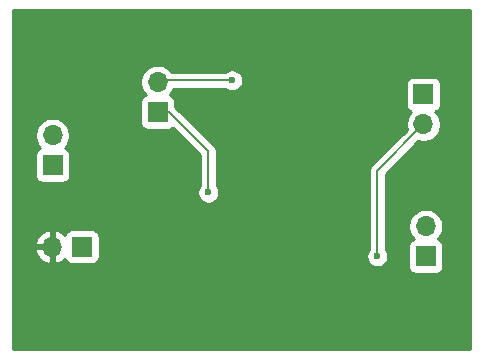
<source format=gbl>
G04 #@! TF.GenerationSoftware,KiCad,Pcbnew,(5.1.5-0)*
G04 #@! TF.CreationDate,2022-03-29T15:48:06-06:00*
G04 #@! TF.ProjectId,polarity_swap,706f6c61-7269-4747-995f-737761702e6b,1*
G04 #@! TF.SameCoordinates,Original*
G04 #@! TF.FileFunction,Copper,L2,Bot*
G04 #@! TF.FilePolarity,Positive*
%FSLAX46Y46*%
G04 Gerber Fmt 4.6, Leading zero omitted, Abs format (unit mm)*
G04 Created by KiCad (PCBNEW (5.1.5-0)) date 2022-03-29 15:48:06*
%MOMM*%
%LPD*%
G04 APERTURE LIST*
%ADD10O,1.700000X1.700000*%
%ADD11R,1.700000X1.700000*%
%ADD12C,0.600000*%
%ADD13C,0.127000*%
%ADD14C,0.254000*%
G04 APERTURE END LIST*
D10*
X-9600000Y-5340000D03*
D11*
X-9600000Y-2800000D03*
D10*
X-9400000Y-13960000D03*
D11*
X-9400000Y-16500000D03*
D10*
X-41000000Y-6260000D03*
D11*
X-41000000Y-8800000D03*
D10*
X-41040000Y-15700000D03*
D11*
X-38500000Y-15700000D03*
D10*
X-32100000Y-1760000D03*
D11*
X-32100000Y-4300000D03*
D12*
X-25800000Y-1600000D03*
X-27800000Y-11100000D03*
X-13500000Y-16500000D03*
D13*
X-31940000Y-1600000D02*
X-32100000Y-1760000D01*
X-25800000Y-1600000D02*
X-31940000Y-1600000D01*
X-31123000Y-4300000D02*
X-32100000Y-4300000D01*
X-27800000Y-7623000D02*
X-31123000Y-4300000D01*
X-27800000Y-11100000D02*
X-27800000Y-7623000D01*
X-13500000Y-9240000D02*
X-9600000Y-5340000D01*
X-13500000Y-16500000D02*
X-13500000Y-9240000D01*
D14*
G36*
X-5654049Y-24345950D02*
G01*
X-44345950Y-24345950D01*
X-44345950Y-16056891D01*
X-42481481Y-16056891D01*
X-42384157Y-16331252D01*
X-42235178Y-16581355D01*
X-42040269Y-16797588D01*
X-41806920Y-16971641D01*
X-41544099Y-17096825D01*
X-41396890Y-17141476D01*
X-41167000Y-17020155D01*
X-41167000Y-15827000D01*
X-42360814Y-15827000D01*
X-42481481Y-16056891D01*
X-44345950Y-16056891D01*
X-44345950Y-15343109D01*
X-42481481Y-15343109D01*
X-42360814Y-15573000D01*
X-41167000Y-15573000D01*
X-41167000Y-14379845D01*
X-40913000Y-14379845D01*
X-40913000Y-15573000D01*
X-40893000Y-15573000D01*
X-40893000Y-15827000D01*
X-40913000Y-15827000D01*
X-40913000Y-17020155D01*
X-40683110Y-17141476D01*
X-40535901Y-17096825D01*
X-40273080Y-16971641D01*
X-40039731Y-16797588D01*
X-39963966Y-16713534D01*
X-39939502Y-16794180D01*
X-39880537Y-16904494D01*
X-39801185Y-17001185D01*
X-39704494Y-17080537D01*
X-39594180Y-17139502D01*
X-39474482Y-17175812D01*
X-39350000Y-17188072D01*
X-37650000Y-17188072D01*
X-37525518Y-17175812D01*
X-37405820Y-17139502D01*
X-37295506Y-17080537D01*
X-37198815Y-17001185D01*
X-37119463Y-16904494D01*
X-37060498Y-16794180D01*
X-37024188Y-16674482D01*
X-37011928Y-16550000D01*
X-37011928Y-16407911D01*
X-14435000Y-16407911D01*
X-14435000Y-16592089D01*
X-14399068Y-16772729D01*
X-14328586Y-16942889D01*
X-14226262Y-17096028D01*
X-14096028Y-17226262D01*
X-13942889Y-17328586D01*
X-13772729Y-17399068D01*
X-13592089Y-17435000D01*
X-13407911Y-17435000D01*
X-13227271Y-17399068D01*
X-13057111Y-17328586D01*
X-12903972Y-17226262D01*
X-12773738Y-17096028D01*
X-12671414Y-16942889D01*
X-12600932Y-16772729D01*
X-12565000Y-16592089D01*
X-12565000Y-16407911D01*
X-12600932Y-16227271D01*
X-12671414Y-16057111D01*
X-12773738Y-15903972D01*
X-12801500Y-15876210D01*
X-12801500Y-15650000D01*
X-10888072Y-15650000D01*
X-10888072Y-17350000D01*
X-10875812Y-17474482D01*
X-10839502Y-17594180D01*
X-10780537Y-17704494D01*
X-10701185Y-17801185D01*
X-10604494Y-17880537D01*
X-10494180Y-17939502D01*
X-10374482Y-17975812D01*
X-10250000Y-17988072D01*
X-8550000Y-17988072D01*
X-8425518Y-17975812D01*
X-8305820Y-17939502D01*
X-8195506Y-17880537D01*
X-8098815Y-17801185D01*
X-8019463Y-17704494D01*
X-7960498Y-17594180D01*
X-7924188Y-17474482D01*
X-7911928Y-17350000D01*
X-7911928Y-15650000D01*
X-7924188Y-15525518D01*
X-7960498Y-15405820D01*
X-8019463Y-15295506D01*
X-8098815Y-15198815D01*
X-8195506Y-15119463D01*
X-8305820Y-15060498D01*
X-8378380Y-15038487D01*
X-8246525Y-14906632D01*
X-8084010Y-14663411D01*
X-7972068Y-14393158D01*
X-7915000Y-14106260D01*
X-7915000Y-13813740D01*
X-7972068Y-13526842D01*
X-8084010Y-13256589D01*
X-8246525Y-13013368D01*
X-8453368Y-12806525D01*
X-8696589Y-12644010D01*
X-8966842Y-12532068D01*
X-9253740Y-12475000D01*
X-9546260Y-12475000D01*
X-9833158Y-12532068D01*
X-10103411Y-12644010D01*
X-10346632Y-12806525D01*
X-10553475Y-13013368D01*
X-10715990Y-13256589D01*
X-10827932Y-13526842D01*
X-10885000Y-13813740D01*
X-10885000Y-14106260D01*
X-10827932Y-14393158D01*
X-10715990Y-14663411D01*
X-10553475Y-14906632D01*
X-10421620Y-15038487D01*
X-10494180Y-15060498D01*
X-10604494Y-15119463D01*
X-10701185Y-15198815D01*
X-10780537Y-15295506D01*
X-10839502Y-15405820D01*
X-10875812Y-15525518D01*
X-10888072Y-15650000D01*
X-12801500Y-15650000D01*
X-12801500Y-9529327D01*
X-10038070Y-6765897D01*
X-10033158Y-6767932D01*
X-9746260Y-6825000D01*
X-9453740Y-6825000D01*
X-9166842Y-6767932D01*
X-8896589Y-6655990D01*
X-8653368Y-6493475D01*
X-8446525Y-6286632D01*
X-8284010Y-6043411D01*
X-8172068Y-5773158D01*
X-8115000Y-5486260D01*
X-8115000Y-5193740D01*
X-8172068Y-4906842D01*
X-8284010Y-4636589D01*
X-8446525Y-4393368D01*
X-8578380Y-4261513D01*
X-8505820Y-4239502D01*
X-8395506Y-4180537D01*
X-8298815Y-4101185D01*
X-8219463Y-4004494D01*
X-8160498Y-3894180D01*
X-8124188Y-3774482D01*
X-8111928Y-3650000D01*
X-8111928Y-1950000D01*
X-8124188Y-1825518D01*
X-8160498Y-1705820D01*
X-8219463Y-1595506D01*
X-8298815Y-1498815D01*
X-8395506Y-1419463D01*
X-8505820Y-1360498D01*
X-8625518Y-1324188D01*
X-8750000Y-1311928D01*
X-10450000Y-1311928D01*
X-10574482Y-1324188D01*
X-10694180Y-1360498D01*
X-10804494Y-1419463D01*
X-10901185Y-1498815D01*
X-10980537Y-1595506D01*
X-11039502Y-1705820D01*
X-11075812Y-1825518D01*
X-11088072Y-1950000D01*
X-11088072Y-3650000D01*
X-11075812Y-3774482D01*
X-11039502Y-3894180D01*
X-10980537Y-4004494D01*
X-10901185Y-4101185D01*
X-10804494Y-4180537D01*
X-10694180Y-4239502D01*
X-10621620Y-4261513D01*
X-10753475Y-4393368D01*
X-10915990Y-4636589D01*
X-11027932Y-4906842D01*
X-11085000Y-5193740D01*
X-11085000Y-5486260D01*
X-11027932Y-5773158D01*
X-11025897Y-5778070D01*
X-13969656Y-8721829D01*
X-13996302Y-8743697D01*
X-14018170Y-8770343D01*
X-14018174Y-8770347D01*
X-14083591Y-8850057D01*
X-14148451Y-8971402D01*
X-14188392Y-9103071D01*
X-14201878Y-9240000D01*
X-14198499Y-9274308D01*
X-14198500Y-15876210D01*
X-14226262Y-15903972D01*
X-14328586Y-16057111D01*
X-14399068Y-16227271D01*
X-14435000Y-16407911D01*
X-37011928Y-16407911D01*
X-37011928Y-14850000D01*
X-37024188Y-14725518D01*
X-37060498Y-14605820D01*
X-37119463Y-14495506D01*
X-37198815Y-14398815D01*
X-37295506Y-14319463D01*
X-37405820Y-14260498D01*
X-37525518Y-14224188D01*
X-37650000Y-14211928D01*
X-39350000Y-14211928D01*
X-39474482Y-14224188D01*
X-39594180Y-14260498D01*
X-39704494Y-14319463D01*
X-39801185Y-14398815D01*
X-39880537Y-14495506D01*
X-39939502Y-14605820D01*
X-39963966Y-14686466D01*
X-40039731Y-14602412D01*
X-40273080Y-14428359D01*
X-40535901Y-14303175D01*
X-40683110Y-14258524D01*
X-40913000Y-14379845D01*
X-41167000Y-14379845D01*
X-41396890Y-14258524D01*
X-41544099Y-14303175D01*
X-41806920Y-14428359D01*
X-42040269Y-14602412D01*
X-42235178Y-14818645D01*
X-42384157Y-15068748D01*
X-42481481Y-15343109D01*
X-44345950Y-15343109D01*
X-44345950Y-7950000D01*
X-42488072Y-7950000D01*
X-42488072Y-9650000D01*
X-42475812Y-9774482D01*
X-42439502Y-9894180D01*
X-42380537Y-10004494D01*
X-42301185Y-10101185D01*
X-42204494Y-10180537D01*
X-42094180Y-10239502D01*
X-41974482Y-10275812D01*
X-41850000Y-10288072D01*
X-40150000Y-10288072D01*
X-40025518Y-10275812D01*
X-39905820Y-10239502D01*
X-39795506Y-10180537D01*
X-39698815Y-10101185D01*
X-39619463Y-10004494D01*
X-39560498Y-9894180D01*
X-39524188Y-9774482D01*
X-39511928Y-9650000D01*
X-39511928Y-7950000D01*
X-39524188Y-7825518D01*
X-39560498Y-7705820D01*
X-39619463Y-7595506D01*
X-39698815Y-7498815D01*
X-39795506Y-7419463D01*
X-39905820Y-7360498D01*
X-39978380Y-7338487D01*
X-39846525Y-7206632D01*
X-39684010Y-6963411D01*
X-39572068Y-6693158D01*
X-39515000Y-6406260D01*
X-39515000Y-6113740D01*
X-39572068Y-5826842D01*
X-39684010Y-5556589D01*
X-39846525Y-5313368D01*
X-40053368Y-5106525D01*
X-40296589Y-4944010D01*
X-40566842Y-4832068D01*
X-40853740Y-4775000D01*
X-41146260Y-4775000D01*
X-41433158Y-4832068D01*
X-41703411Y-4944010D01*
X-41946632Y-5106525D01*
X-42153475Y-5313368D01*
X-42315990Y-5556589D01*
X-42427932Y-5826842D01*
X-42485000Y-6113740D01*
X-42485000Y-6406260D01*
X-42427932Y-6693158D01*
X-42315990Y-6963411D01*
X-42153475Y-7206632D01*
X-42021620Y-7338487D01*
X-42094180Y-7360498D01*
X-42204494Y-7419463D01*
X-42301185Y-7498815D01*
X-42380537Y-7595506D01*
X-42439502Y-7705820D01*
X-42475812Y-7825518D01*
X-42488072Y-7950000D01*
X-44345950Y-7950000D01*
X-44345950Y-3450000D01*
X-33588072Y-3450000D01*
X-33588072Y-5150000D01*
X-33575812Y-5274482D01*
X-33539502Y-5394180D01*
X-33480537Y-5504494D01*
X-33401185Y-5601185D01*
X-33304494Y-5680537D01*
X-33194180Y-5739502D01*
X-33074482Y-5775812D01*
X-32950000Y-5788072D01*
X-31250000Y-5788072D01*
X-31125518Y-5775812D01*
X-31005820Y-5739502D01*
X-30895506Y-5680537D01*
X-30804762Y-5606065D01*
X-28498499Y-7912329D01*
X-28498500Y-10476210D01*
X-28526262Y-10503972D01*
X-28628586Y-10657111D01*
X-28699068Y-10827271D01*
X-28735000Y-11007911D01*
X-28735000Y-11192089D01*
X-28699068Y-11372729D01*
X-28628586Y-11542889D01*
X-28526262Y-11696028D01*
X-28396028Y-11826262D01*
X-28242889Y-11928586D01*
X-28072729Y-11999068D01*
X-27892089Y-12035000D01*
X-27707911Y-12035000D01*
X-27527271Y-11999068D01*
X-27357111Y-11928586D01*
X-27203972Y-11826262D01*
X-27073738Y-11696028D01*
X-26971414Y-11542889D01*
X-26900932Y-11372729D01*
X-26865000Y-11192089D01*
X-26865000Y-11007911D01*
X-26900932Y-10827271D01*
X-26971414Y-10657111D01*
X-27073738Y-10503972D01*
X-27101500Y-10476210D01*
X-27101500Y-7657298D01*
X-27098122Y-7623000D01*
X-27101500Y-7588702D01*
X-27101500Y-7588691D01*
X-27111607Y-7486070D01*
X-27151548Y-7354403D01*
X-27216409Y-7233057D01*
X-27281826Y-7153346D01*
X-27281829Y-7153343D01*
X-27303697Y-7126697D01*
X-27330343Y-7104829D01*
X-30604825Y-3830348D01*
X-30611928Y-3821693D01*
X-30611928Y-3450000D01*
X-30624188Y-3325518D01*
X-30660498Y-3205820D01*
X-30719463Y-3095506D01*
X-30798815Y-2998815D01*
X-30895506Y-2919463D01*
X-31005820Y-2860498D01*
X-31078380Y-2838487D01*
X-30946525Y-2706632D01*
X-30784010Y-2463411D01*
X-30715702Y-2298500D01*
X-26423790Y-2298500D01*
X-26396028Y-2326262D01*
X-26242889Y-2428586D01*
X-26072729Y-2499068D01*
X-25892089Y-2535000D01*
X-25707911Y-2535000D01*
X-25527271Y-2499068D01*
X-25357111Y-2428586D01*
X-25203972Y-2326262D01*
X-25073738Y-2196028D01*
X-24971414Y-2042889D01*
X-24900932Y-1872729D01*
X-24865000Y-1692089D01*
X-24865000Y-1507911D01*
X-24900932Y-1327271D01*
X-24971414Y-1157111D01*
X-25073738Y-1003972D01*
X-25203972Y-873738D01*
X-25357111Y-771414D01*
X-25527271Y-700932D01*
X-25707911Y-665000D01*
X-25892089Y-665000D01*
X-26072729Y-700932D01*
X-26242889Y-771414D01*
X-26396028Y-873738D01*
X-26423790Y-901500D01*
X-30887637Y-901500D01*
X-30946525Y-813368D01*
X-31153368Y-606525D01*
X-31396589Y-444010D01*
X-31666842Y-332068D01*
X-31953740Y-275000D01*
X-32246260Y-275000D01*
X-32533158Y-332068D01*
X-32803411Y-444010D01*
X-33046632Y-606525D01*
X-33253475Y-813368D01*
X-33415990Y-1056589D01*
X-33527932Y-1326842D01*
X-33585000Y-1613740D01*
X-33585000Y-1906260D01*
X-33527932Y-2193158D01*
X-33415990Y-2463411D01*
X-33253475Y-2706632D01*
X-33121620Y-2838487D01*
X-33194180Y-2860498D01*
X-33304494Y-2919463D01*
X-33401185Y-2998815D01*
X-33480537Y-3095506D01*
X-33539502Y-3205820D01*
X-33575812Y-3325518D01*
X-33588072Y-3450000D01*
X-44345950Y-3450000D01*
X-44345950Y4345950D01*
X-5654050Y4345950D01*
X-5654049Y-24345950D01*
G37*
X-5654049Y-24345950D02*
X-44345950Y-24345950D01*
X-44345950Y-16056891D01*
X-42481481Y-16056891D01*
X-42384157Y-16331252D01*
X-42235178Y-16581355D01*
X-42040269Y-16797588D01*
X-41806920Y-16971641D01*
X-41544099Y-17096825D01*
X-41396890Y-17141476D01*
X-41167000Y-17020155D01*
X-41167000Y-15827000D01*
X-42360814Y-15827000D01*
X-42481481Y-16056891D01*
X-44345950Y-16056891D01*
X-44345950Y-15343109D01*
X-42481481Y-15343109D01*
X-42360814Y-15573000D01*
X-41167000Y-15573000D01*
X-41167000Y-14379845D01*
X-40913000Y-14379845D01*
X-40913000Y-15573000D01*
X-40893000Y-15573000D01*
X-40893000Y-15827000D01*
X-40913000Y-15827000D01*
X-40913000Y-17020155D01*
X-40683110Y-17141476D01*
X-40535901Y-17096825D01*
X-40273080Y-16971641D01*
X-40039731Y-16797588D01*
X-39963966Y-16713534D01*
X-39939502Y-16794180D01*
X-39880537Y-16904494D01*
X-39801185Y-17001185D01*
X-39704494Y-17080537D01*
X-39594180Y-17139502D01*
X-39474482Y-17175812D01*
X-39350000Y-17188072D01*
X-37650000Y-17188072D01*
X-37525518Y-17175812D01*
X-37405820Y-17139502D01*
X-37295506Y-17080537D01*
X-37198815Y-17001185D01*
X-37119463Y-16904494D01*
X-37060498Y-16794180D01*
X-37024188Y-16674482D01*
X-37011928Y-16550000D01*
X-37011928Y-16407911D01*
X-14435000Y-16407911D01*
X-14435000Y-16592089D01*
X-14399068Y-16772729D01*
X-14328586Y-16942889D01*
X-14226262Y-17096028D01*
X-14096028Y-17226262D01*
X-13942889Y-17328586D01*
X-13772729Y-17399068D01*
X-13592089Y-17435000D01*
X-13407911Y-17435000D01*
X-13227271Y-17399068D01*
X-13057111Y-17328586D01*
X-12903972Y-17226262D01*
X-12773738Y-17096028D01*
X-12671414Y-16942889D01*
X-12600932Y-16772729D01*
X-12565000Y-16592089D01*
X-12565000Y-16407911D01*
X-12600932Y-16227271D01*
X-12671414Y-16057111D01*
X-12773738Y-15903972D01*
X-12801500Y-15876210D01*
X-12801500Y-15650000D01*
X-10888072Y-15650000D01*
X-10888072Y-17350000D01*
X-10875812Y-17474482D01*
X-10839502Y-17594180D01*
X-10780537Y-17704494D01*
X-10701185Y-17801185D01*
X-10604494Y-17880537D01*
X-10494180Y-17939502D01*
X-10374482Y-17975812D01*
X-10250000Y-17988072D01*
X-8550000Y-17988072D01*
X-8425518Y-17975812D01*
X-8305820Y-17939502D01*
X-8195506Y-17880537D01*
X-8098815Y-17801185D01*
X-8019463Y-17704494D01*
X-7960498Y-17594180D01*
X-7924188Y-17474482D01*
X-7911928Y-17350000D01*
X-7911928Y-15650000D01*
X-7924188Y-15525518D01*
X-7960498Y-15405820D01*
X-8019463Y-15295506D01*
X-8098815Y-15198815D01*
X-8195506Y-15119463D01*
X-8305820Y-15060498D01*
X-8378380Y-15038487D01*
X-8246525Y-14906632D01*
X-8084010Y-14663411D01*
X-7972068Y-14393158D01*
X-7915000Y-14106260D01*
X-7915000Y-13813740D01*
X-7972068Y-13526842D01*
X-8084010Y-13256589D01*
X-8246525Y-13013368D01*
X-8453368Y-12806525D01*
X-8696589Y-12644010D01*
X-8966842Y-12532068D01*
X-9253740Y-12475000D01*
X-9546260Y-12475000D01*
X-9833158Y-12532068D01*
X-10103411Y-12644010D01*
X-10346632Y-12806525D01*
X-10553475Y-13013368D01*
X-10715990Y-13256589D01*
X-10827932Y-13526842D01*
X-10885000Y-13813740D01*
X-10885000Y-14106260D01*
X-10827932Y-14393158D01*
X-10715990Y-14663411D01*
X-10553475Y-14906632D01*
X-10421620Y-15038487D01*
X-10494180Y-15060498D01*
X-10604494Y-15119463D01*
X-10701185Y-15198815D01*
X-10780537Y-15295506D01*
X-10839502Y-15405820D01*
X-10875812Y-15525518D01*
X-10888072Y-15650000D01*
X-12801500Y-15650000D01*
X-12801500Y-9529327D01*
X-10038070Y-6765897D01*
X-10033158Y-6767932D01*
X-9746260Y-6825000D01*
X-9453740Y-6825000D01*
X-9166842Y-6767932D01*
X-8896589Y-6655990D01*
X-8653368Y-6493475D01*
X-8446525Y-6286632D01*
X-8284010Y-6043411D01*
X-8172068Y-5773158D01*
X-8115000Y-5486260D01*
X-8115000Y-5193740D01*
X-8172068Y-4906842D01*
X-8284010Y-4636589D01*
X-8446525Y-4393368D01*
X-8578380Y-4261513D01*
X-8505820Y-4239502D01*
X-8395506Y-4180537D01*
X-8298815Y-4101185D01*
X-8219463Y-4004494D01*
X-8160498Y-3894180D01*
X-8124188Y-3774482D01*
X-8111928Y-3650000D01*
X-8111928Y-1950000D01*
X-8124188Y-1825518D01*
X-8160498Y-1705820D01*
X-8219463Y-1595506D01*
X-8298815Y-1498815D01*
X-8395506Y-1419463D01*
X-8505820Y-1360498D01*
X-8625518Y-1324188D01*
X-8750000Y-1311928D01*
X-10450000Y-1311928D01*
X-10574482Y-1324188D01*
X-10694180Y-1360498D01*
X-10804494Y-1419463D01*
X-10901185Y-1498815D01*
X-10980537Y-1595506D01*
X-11039502Y-1705820D01*
X-11075812Y-1825518D01*
X-11088072Y-1950000D01*
X-11088072Y-3650000D01*
X-11075812Y-3774482D01*
X-11039502Y-3894180D01*
X-10980537Y-4004494D01*
X-10901185Y-4101185D01*
X-10804494Y-4180537D01*
X-10694180Y-4239502D01*
X-10621620Y-4261513D01*
X-10753475Y-4393368D01*
X-10915990Y-4636589D01*
X-11027932Y-4906842D01*
X-11085000Y-5193740D01*
X-11085000Y-5486260D01*
X-11027932Y-5773158D01*
X-11025897Y-5778070D01*
X-13969656Y-8721829D01*
X-13996302Y-8743697D01*
X-14018170Y-8770343D01*
X-14018174Y-8770347D01*
X-14083591Y-8850057D01*
X-14148451Y-8971402D01*
X-14188392Y-9103071D01*
X-14201878Y-9240000D01*
X-14198499Y-9274308D01*
X-14198500Y-15876210D01*
X-14226262Y-15903972D01*
X-14328586Y-16057111D01*
X-14399068Y-16227271D01*
X-14435000Y-16407911D01*
X-37011928Y-16407911D01*
X-37011928Y-14850000D01*
X-37024188Y-14725518D01*
X-37060498Y-14605820D01*
X-37119463Y-14495506D01*
X-37198815Y-14398815D01*
X-37295506Y-14319463D01*
X-37405820Y-14260498D01*
X-37525518Y-14224188D01*
X-37650000Y-14211928D01*
X-39350000Y-14211928D01*
X-39474482Y-14224188D01*
X-39594180Y-14260498D01*
X-39704494Y-14319463D01*
X-39801185Y-14398815D01*
X-39880537Y-14495506D01*
X-39939502Y-14605820D01*
X-39963966Y-14686466D01*
X-40039731Y-14602412D01*
X-40273080Y-14428359D01*
X-40535901Y-14303175D01*
X-40683110Y-14258524D01*
X-40913000Y-14379845D01*
X-41167000Y-14379845D01*
X-41396890Y-14258524D01*
X-41544099Y-14303175D01*
X-41806920Y-14428359D01*
X-42040269Y-14602412D01*
X-42235178Y-14818645D01*
X-42384157Y-15068748D01*
X-42481481Y-15343109D01*
X-44345950Y-15343109D01*
X-44345950Y-7950000D01*
X-42488072Y-7950000D01*
X-42488072Y-9650000D01*
X-42475812Y-9774482D01*
X-42439502Y-9894180D01*
X-42380537Y-10004494D01*
X-42301185Y-10101185D01*
X-42204494Y-10180537D01*
X-42094180Y-10239502D01*
X-41974482Y-10275812D01*
X-41850000Y-10288072D01*
X-40150000Y-10288072D01*
X-40025518Y-10275812D01*
X-39905820Y-10239502D01*
X-39795506Y-10180537D01*
X-39698815Y-10101185D01*
X-39619463Y-10004494D01*
X-39560498Y-9894180D01*
X-39524188Y-9774482D01*
X-39511928Y-9650000D01*
X-39511928Y-7950000D01*
X-39524188Y-7825518D01*
X-39560498Y-7705820D01*
X-39619463Y-7595506D01*
X-39698815Y-7498815D01*
X-39795506Y-7419463D01*
X-39905820Y-7360498D01*
X-39978380Y-7338487D01*
X-39846525Y-7206632D01*
X-39684010Y-6963411D01*
X-39572068Y-6693158D01*
X-39515000Y-6406260D01*
X-39515000Y-6113740D01*
X-39572068Y-5826842D01*
X-39684010Y-5556589D01*
X-39846525Y-5313368D01*
X-40053368Y-5106525D01*
X-40296589Y-4944010D01*
X-40566842Y-4832068D01*
X-40853740Y-4775000D01*
X-41146260Y-4775000D01*
X-41433158Y-4832068D01*
X-41703411Y-4944010D01*
X-41946632Y-5106525D01*
X-42153475Y-5313368D01*
X-42315990Y-5556589D01*
X-42427932Y-5826842D01*
X-42485000Y-6113740D01*
X-42485000Y-6406260D01*
X-42427932Y-6693158D01*
X-42315990Y-6963411D01*
X-42153475Y-7206632D01*
X-42021620Y-7338487D01*
X-42094180Y-7360498D01*
X-42204494Y-7419463D01*
X-42301185Y-7498815D01*
X-42380537Y-7595506D01*
X-42439502Y-7705820D01*
X-42475812Y-7825518D01*
X-42488072Y-7950000D01*
X-44345950Y-7950000D01*
X-44345950Y-3450000D01*
X-33588072Y-3450000D01*
X-33588072Y-5150000D01*
X-33575812Y-5274482D01*
X-33539502Y-5394180D01*
X-33480537Y-5504494D01*
X-33401185Y-5601185D01*
X-33304494Y-5680537D01*
X-33194180Y-5739502D01*
X-33074482Y-5775812D01*
X-32950000Y-5788072D01*
X-31250000Y-5788072D01*
X-31125518Y-5775812D01*
X-31005820Y-5739502D01*
X-30895506Y-5680537D01*
X-30804762Y-5606065D01*
X-28498499Y-7912329D01*
X-28498500Y-10476210D01*
X-28526262Y-10503972D01*
X-28628586Y-10657111D01*
X-28699068Y-10827271D01*
X-28735000Y-11007911D01*
X-28735000Y-11192089D01*
X-28699068Y-11372729D01*
X-28628586Y-11542889D01*
X-28526262Y-11696028D01*
X-28396028Y-11826262D01*
X-28242889Y-11928586D01*
X-28072729Y-11999068D01*
X-27892089Y-12035000D01*
X-27707911Y-12035000D01*
X-27527271Y-11999068D01*
X-27357111Y-11928586D01*
X-27203972Y-11826262D01*
X-27073738Y-11696028D01*
X-26971414Y-11542889D01*
X-26900932Y-11372729D01*
X-26865000Y-11192089D01*
X-26865000Y-11007911D01*
X-26900932Y-10827271D01*
X-26971414Y-10657111D01*
X-27073738Y-10503972D01*
X-27101500Y-10476210D01*
X-27101500Y-7657298D01*
X-27098122Y-7623000D01*
X-27101500Y-7588702D01*
X-27101500Y-7588691D01*
X-27111607Y-7486070D01*
X-27151548Y-7354403D01*
X-27216409Y-7233057D01*
X-27281826Y-7153346D01*
X-27281829Y-7153343D01*
X-27303697Y-7126697D01*
X-27330343Y-7104829D01*
X-30604825Y-3830348D01*
X-30611928Y-3821693D01*
X-30611928Y-3450000D01*
X-30624188Y-3325518D01*
X-30660498Y-3205820D01*
X-30719463Y-3095506D01*
X-30798815Y-2998815D01*
X-30895506Y-2919463D01*
X-31005820Y-2860498D01*
X-31078380Y-2838487D01*
X-30946525Y-2706632D01*
X-30784010Y-2463411D01*
X-30715702Y-2298500D01*
X-26423790Y-2298500D01*
X-26396028Y-2326262D01*
X-26242889Y-2428586D01*
X-26072729Y-2499068D01*
X-25892089Y-2535000D01*
X-25707911Y-2535000D01*
X-25527271Y-2499068D01*
X-25357111Y-2428586D01*
X-25203972Y-2326262D01*
X-25073738Y-2196028D01*
X-24971414Y-2042889D01*
X-24900932Y-1872729D01*
X-24865000Y-1692089D01*
X-24865000Y-1507911D01*
X-24900932Y-1327271D01*
X-24971414Y-1157111D01*
X-25073738Y-1003972D01*
X-25203972Y-873738D01*
X-25357111Y-771414D01*
X-25527271Y-700932D01*
X-25707911Y-665000D01*
X-25892089Y-665000D01*
X-26072729Y-700932D01*
X-26242889Y-771414D01*
X-26396028Y-873738D01*
X-26423790Y-901500D01*
X-30887637Y-901500D01*
X-30946525Y-813368D01*
X-31153368Y-606525D01*
X-31396589Y-444010D01*
X-31666842Y-332068D01*
X-31953740Y-275000D01*
X-32246260Y-275000D01*
X-32533158Y-332068D01*
X-32803411Y-444010D01*
X-33046632Y-606525D01*
X-33253475Y-813368D01*
X-33415990Y-1056589D01*
X-33527932Y-1326842D01*
X-33585000Y-1613740D01*
X-33585000Y-1906260D01*
X-33527932Y-2193158D01*
X-33415990Y-2463411D01*
X-33253475Y-2706632D01*
X-33121620Y-2838487D01*
X-33194180Y-2860498D01*
X-33304494Y-2919463D01*
X-33401185Y-2998815D01*
X-33480537Y-3095506D01*
X-33539502Y-3205820D01*
X-33575812Y-3325518D01*
X-33588072Y-3450000D01*
X-44345950Y-3450000D01*
X-44345950Y4345950D01*
X-5654050Y4345950D01*
X-5654049Y-24345950D01*
M02*

</source>
